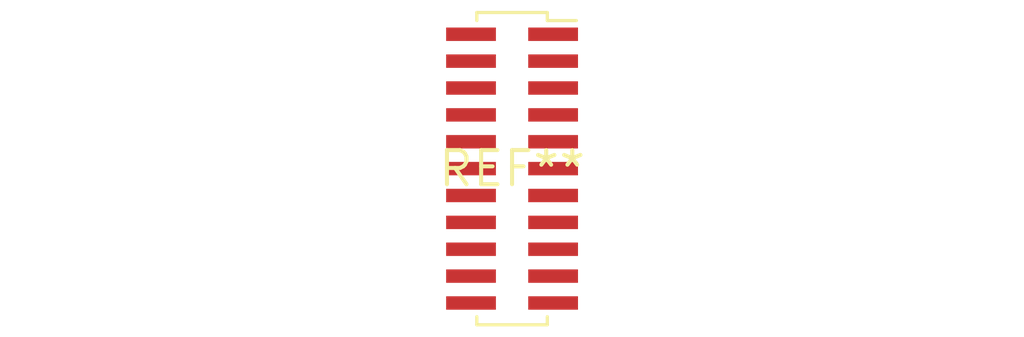
<source format=kicad_pcb>
(kicad_pcb (version 20240108) (generator pcbnew)
  (layers (0 "F.Cu" signal) (31 "B.Cu" signal) (34 "B.Paste" user) (35 "F.Paste" user) (36 "B.SilkS" user "B.Silkscreen") (37 "F.SilkS" user "F.Silkscreen") (38 "B.Mask" user) (39 "F.Mask" user) (44 "Edge.Cuts" user))
  (net 0 "")
  (footprint "PinSocket_2x11_P1.00mm_Vertical_SMD" (layer "F.Cu") (at 0 0)
    (property "Reference" "REF**")
    (property "Value" "PinSocket_2x11_P1.00mm_Vertical_SMD")
    (fp_line (start -1.31 -5.81) (end -1.31 -5.51) (layer "F.SilkS") (stroke (width 0.12)))
    (fp_line (start -1.31 -5.81) (end 1.31 -5.81) (layer "F.SilkS") (stroke (width 0.12)))
    (fp_line (start -1.31 5.51) (end -1.31 5.81) (layer "F.SilkS") (stroke (width 0.12)))
    (fp_line (start -1.31 5.81) (end 1.31 5.81) (layer "F.SilkS") (stroke (width 0.12)))
    (fp_line (start 1.31 -5.81) (end 1.31 -5.51) (layer "F.SilkS") (stroke (width 0.12)))
    (fp_line (start 1.31 -5.51) (end 2.39 -5.51) (layer "F.SilkS") (stroke (width 0.12)))
    (fp_line (start 1.31 5.51) (end 1.31 5.81) (layer "F.SilkS") (stroke (width 0.12)))
    (pad "1" smd rect (at 1.525 -5) (size 1.85 0.5) (layers "F.Cu" "F.Paste" "F.Mask"))
    (pad "2" smd rect (at -1.525 -5) (size 1.85 0.5) (layers "F.Cu" "F.Paste" "F.Mask"))
    (pad "3" smd rect (at 1.525 -4) (size 1.85 0.5) (layers "F.Cu" "F.Paste" "F.Mask"))
    (pad "4" smd rect (at -1.525 -4) (size 1.85 0.5) (layers "F.Cu" "F.Paste" "F.Mask"))
    (pad "5" smd rect (at 1.525 -3) (size 1.85 0.5) (layers "F.Cu" "F.Paste" "F.Mask"))
    (pad "6" smd rect (at -1.525 -3) (size 1.85 0.5) (layers "F.Cu" "F.Paste" "F.Mask"))
    (pad "7" smd rect (at 1.525 -2) (size 1.85 0.5) (layers "F.Cu" "F.Paste" "F.Mask"))
    (pad "8" smd rect (at -1.525 -2) (size 1.85 0.5) (layers "F.Cu" "F.Paste" "F.Mask"))
    (pad "9" smd rect (at 1.525 -1) (size 1.85 0.5) (layers "F.Cu" "F.Paste" "F.Mask"))
    (pad "10" smd rect (at -1.525 -1) (size 1.85 0.5) (layers "F.Cu" "F.Paste" "F.Mask"))
    (pad "11" smd rect (at 1.525 0) (size 1.85 0.5) (layers "F.Cu" "F.Paste" "F.Mask"))
    (pad "12" smd rect (at -1.525 0) (size 1.85 0.5) (layers "F.Cu" "F.Paste" "F.Mask"))
    (pad "13" smd rect (at 1.525 1) (size 1.85 0.5) (layers "F.Cu" "F.Paste" "F.Mask"))
    (pad "14" smd rect (at -1.525 1) (size 1.85 0.5) (layers "F.Cu" "F.Paste" "F.Mask"))
    (pad "15" smd rect (at 1.525 2) (size 1.85 0.5) (layers "F.Cu" "F.Paste" "F.Mask"))
    (pad "16" smd rect (at -1.525 2) (size 1.85 0.5) (layers "F.Cu" "F.Paste" "F.Mask"))
    (pad "17" smd rect (at 1.525 3) (size 1.85 0.5) (layers "F.Cu" "F.Paste" "F.Mask"))
    (pad "18" smd rect (at -1.525 3) (size 1.85 0.5) (layers "F.Cu" "F.Paste" "F.Mask"))
    (pad "19" smd rect (at 1.525 4) (size 1.85 0.5) (layers "F.Cu" "F.Paste" "F.Mask"))
    (pad "20" smd rect (at -1.525 4) (size 1.85 0.5) (layers "F.Cu" "F.Paste" "F.Mask"))
    (pad "21" smd rect (at 1.525 5) (size 1.85 0.5) (layers "F.Cu" "F.Paste" "F.Mask"))
    (pad "22" smd rect (at -1.525 5) (size 1.85 0.5) (layers "F.Cu" "F.Paste" "F.Mask"))
  )
)
</source>
